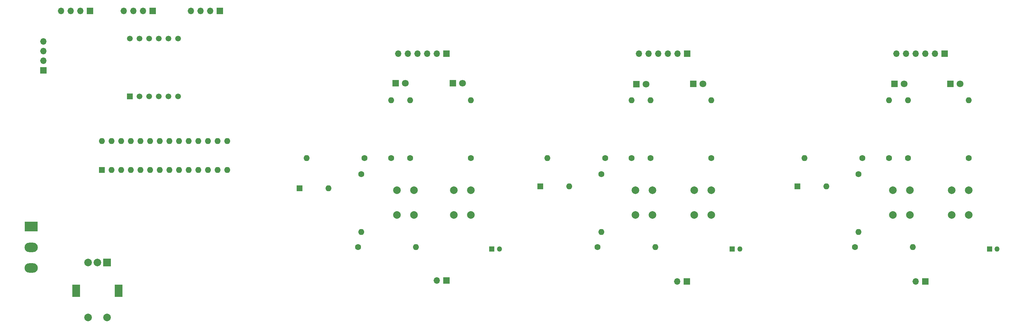
<source format=gbr>
%TF.GenerationSoftware,KiCad,Pcbnew,8.0.6*%
%TF.CreationDate,2024-12-22T20:43:21-05:00*%
%TF.ProjectId,flowcontrol_BL,666c6f77-636f-46e7-9472-6f6c5f424c2e,rev?*%
%TF.SameCoordinates,Original*%
%TF.FileFunction,Soldermask,Bot*%
%TF.FilePolarity,Negative*%
%FSLAX46Y46*%
G04 Gerber Fmt 4.6, Leading zero omitted, Abs format (unit mm)*
G04 Created by KiCad (PCBNEW 8.0.6) date 2024-12-22 20:43:21*
%MOMM*%
%LPD*%
G01*
G04 APERTURE LIST*
%ADD10C,2.000000*%
%ADD11R,1.800000X1.800000*%
%ADD12C,1.800000*%
%ADD13R,1.350000X1.350000*%
%ADD14O,1.350000X1.350000*%
%ADD15C,1.600000*%
%ADD16O,1.600000X1.600000*%
%ADD17R,1.500000X1.500000*%
%ADD18C,1.500000*%
%ADD19R,1.600000X1.600000*%
%ADD20R,1.700000X1.700000*%
%ADD21O,1.700000X1.700000*%
%ADD22R,3.500000X2.500000*%
%ADD23O,3.500000X2.500000*%
%ADD24R,2.000000X2.000000*%
%ADD25R,2.000000X3.200000*%
G04 APERTURE END LIST*
D10*
%TO.C,SW2*%
X188352500Y-96500000D03*
X183852500Y-96500000D03*
X188352500Y-90000000D03*
X183852500Y-90000000D03*
%TD*%
D11*
%TO.C,D4*%
X252080000Y-62000000D03*
D12*
X254620000Y-62000000D03*
%TD*%
D13*
%TO.C,J3*%
X145982500Y-105500000D03*
D14*
X147982500Y-105500000D03*
%TD*%
D15*
%TO.C,R10*%
X243620000Y-81500000D03*
D16*
X228380000Y-81500000D03*
%TD*%
D15*
%TO.C,R6*%
X175852500Y-81500000D03*
D16*
X160612500Y-81500000D03*
%TD*%
D11*
%TO.C,D5*%
X135707500Y-61760000D03*
D12*
X138247500Y-61760000D03*
%TD*%
D15*
%TO.C,R1LED_R2*%
X187852500Y-81500000D03*
D16*
X187852500Y-66260000D03*
%TD*%
D15*
%TO.C,R8*%
X174852500Y-85760000D03*
D16*
X174852500Y-101000000D03*
%TD*%
D11*
%TO.C,D6*%
X120707500Y-61760000D03*
D12*
X123247500Y-61760000D03*
%TD*%
D15*
%TO.C,R7*%
X182852500Y-81500000D03*
D16*
X182852500Y-66260000D03*
%TD*%
D17*
%TO.C,U1*%
X50670000Y-65250000D03*
D18*
X53210000Y-65250000D03*
X55750000Y-65250000D03*
X58290000Y-65250000D03*
X60830000Y-65250000D03*
X63370000Y-65250000D03*
X63370000Y-50010000D03*
X60830000Y-50010000D03*
X58290000Y-50010000D03*
X55750000Y-50010000D03*
X53210000Y-50010000D03*
X50670000Y-50010000D03*
%TD*%
D10*
%TO.C,SW6*%
X135982500Y-90000000D03*
X140482500Y-90000000D03*
X135982500Y-96500000D03*
X140482500Y-96500000D03*
%TD*%
D15*
%TO.C,R1LED_R3*%
X255620000Y-81500000D03*
D16*
X255620000Y-66260000D03*
%TD*%
D15*
%TO.C,R1LED_G1*%
X140482500Y-81500000D03*
D16*
X140482500Y-66260000D03*
%TD*%
D19*
%TO.C,SW12*%
X226500000Y-89000000D03*
D16*
X234120000Y-89000000D03*
%TD*%
D15*
%TO.C,R9*%
X241620000Y-105000000D03*
D16*
X256860000Y-105000000D03*
%TD*%
D19*
%TO.C,SW13*%
X95362500Y-89500000D03*
D16*
X102982500Y-89500000D03*
%TD*%
D20*
%TO.C,REF\u002A\u002A*%
X197432500Y-54000000D03*
D21*
X194892500Y-54000000D03*
X192352500Y-54000000D03*
X189812500Y-54000000D03*
X187272500Y-54000000D03*
X184732500Y-54000000D03*
%TD*%
D10*
%TO.C,SW7*%
X199352500Y-90000000D03*
X203852500Y-90000000D03*
X199352500Y-96500000D03*
X203852500Y-96500000D03*
%TD*%
D22*
%TO.C,U1*%
X24620000Y-99550000D03*
D23*
X24620000Y-105025000D03*
X24620000Y-110500000D03*
%TD*%
D15*
%TO.C,R1LED_G2*%
X203852500Y-81500000D03*
D16*
X203852500Y-66260000D03*
%TD*%
D15*
%TO.C,R4*%
X173852500Y-105000000D03*
D16*
X189092500Y-105000000D03*
%TD*%
D11*
%TO.C,D3*%
X266845000Y-62000000D03*
D12*
X269385000Y-62000000D03*
%TD*%
D20*
%TO.C,REF\u002A\u002A*%
X134062500Y-54000000D03*
D21*
X131522500Y-54000000D03*
X128982500Y-54000000D03*
X126442500Y-54000000D03*
X123902500Y-54000000D03*
X121362500Y-54000000D03*
%TD*%
D15*
%TO.C,R11*%
X250620000Y-81500000D03*
D16*
X250620000Y-66260000D03*
%TD*%
D24*
%TO.C,SW3*%
X44620000Y-109000000D03*
D10*
X39620000Y-109000000D03*
X42120000Y-109000000D03*
D25*
X47720000Y-116500000D03*
X36520000Y-116500000D03*
D10*
X39620000Y-123500000D03*
X44620000Y-123500000D03*
%TD*%
D19*
%TO.C,UC1*%
X43300000Y-84620000D03*
D16*
X45840000Y-84620000D03*
X48380000Y-84620000D03*
X50920000Y-84620000D03*
X53460000Y-84620000D03*
X56000000Y-84620000D03*
X58540000Y-84620000D03*
X61080000Y-84620000D03*
X63620000Y-84620000D03*
X66160000Y-84620000D03*
X68700000Y-84620000D03*
X71240000Y-84620000D03*
X73780000Y-84620000D03*
X76320000Y-84620000D03*
X76320000Y-77000000D03*
X73780000Y-77000000D03*
X71240000Y-77000000D03*
X68700000Y-77000000D03*
X66160000Y-77000000D03*
X63620000Y-77000000D03*
X61080000Y-77000000D03*
X58540000Y-77000000D03*
X56000000Y-77000000D03*
X53460000Y-77000000D03*
X50920000Y-77000000D03*
X48380000Y-77000000D03*
X45840000Y-77000000D03*
X43300000Y-77000000D03*
%TD*%
D20*
%TO.C,REF\u002A\u002A*%
X40170000Y-42750000D03*
D21*
X37630000Y-42750000D03*
X35090000Y-42750000D03*
X32550000Y-42750000D03*
%TD*%
D20*
%TO.C,REF\u002A\u002A*%
X56670000Y-42750000D03*
D21*
X54130000Y-42750000D03*
X51590000Y-42750000D03*
X49050000Y-42750000D03*
%TD*%
D11*
%TO.C,D1*%
X199077500Y-62000000D03*
D12*
X201617500Y-62000000D03*
%TD*%
D20*
%TO.C,REF\u002A\u002A*%
X265280000Y-54000000D03*
D21*
X262740000Y-54000000D03*
X260200000Y-54000000D03*
X257660000Y-54000000D03*
X255120000Y-54000000D03*
X252580000Y-54000000D03*
%TD*%
D15*
%TO.C,R3*%
X111602500Y-85760000D03*
D16*
X111602500Y-101000000D03*
%TD*%
D10*
%TO.C,SW10*%
X256120000Y-96500000D03*
X251620000Y-96500000D03*
X256120000Y-90000000D03*
X251620000Y-90000000D03*
%TD*%
D11*
%TO.C,D2*%
X184045143Y-62026657D03*
D12*
X186585143Y-62026657D03*
%TD*%
D15*
%TO.C,R2*%
X119482500Y-81500000D03*
D16*
X119482500Y-66260000D03*
%TD*%
D20*
%TO.C,J1*%
X27870000Y-58370000D03*
D21*
X27870000Y-55830000D03*
X27870000Y-53290000D03*
X27870000Y-50750000D03*
%TD*%
D19*
%TO.C,SW8*%
X158732500Y-89000000D03*
D16*
X166352500Y-89000000D03*
%TD*%
D13*
%TO.C,J4*%
X277120000Y-105500000D03*
D14*
X279120000Y-105500000D03*
%TD*%
D15*
%TO.C,R12*%
X242620000Y-85760000D03*
D16*
X242620000Y-101000000D03*
%TD*%
D20*
%TO.C,REF\u002A\u002A*%
X74370000Y-42750000D03*
D21*
X71830000Y-42750000D03*
X69290000Y-42750000D03*
X66750000Y-42750000D03*
%TD*%
D15*
%TO.C,R5*%
X110732500Y-105000000D03*
D16*
X125972500Y-105000000D03*
%TD*%
D20*
%TO.C,REF\u002A\u002A*%
X134022500Y-113750000D03*
D21*
X131482500Y-113750000D03*
%TD*%
D15*
%TO.C,R1*%
X112482500Y-81500000D03*
D16*
X97242500Y-81500000D03*
%TD*%
D10*
%TO.C,SW5*%
X125482500Y-96500000D03*
X120982500Y-96500000D03*
X125482500Y-90000000D03*
X120982500Y-90000000D03*
%TD*%
%TO.C,SW11*%
X267120000Y-90000000D03*
X271620000Y-90000000D03*
X267120000Y-96500000D03*
X271620000Y-96500000D03*
%TD*%
D20*
%TO.C,REF\u002A\u002A*%
X197392500Y-114000000D03*
D21*
X194852500Y-114000000D03*
%TD*%
D13*
%TO.C,J2*%
X209352500Y-105500000D03*
D14*
X211352500Y-105500000D03*
%TD*%
D15*
%TO.C,R1LED_G3*%
X271620000Y-81500000D03*
D16*
X271620000Y-66260000D03*
%TD*%
D15*
%TO.C,R1LED_R1*%
X124482500Y-81500000D03*
D16*
X124482500Y-66260000D03*
%TD*%
D20*
%TO.C,REF\u002A\u002A*%
X260160000Y-114000000D03*
D21*
X257620000Y-114000000D03*
%TD*%
M02*

</source>
